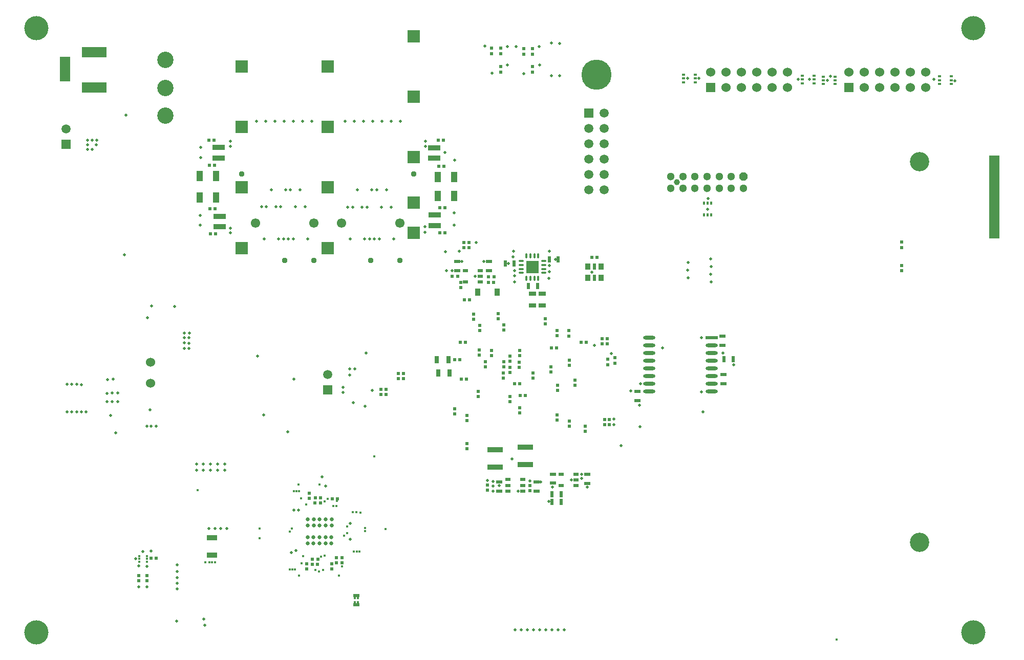
<source format=gbr>
G04 Layer_Color=16711935*
%FSLAX43Y43*%
%MOMM*%
%TF.FileFunction,Soldermask,Bot*%
%TF.Part,Single*%
G01*
G75*
%TA.AperFunction,SMDPad,CuDef*%
%ADD23R,1.000X0.600*%
%ADD24R,0.550X0.600*%
%ADD25R,0.600X0.550*%
%ADD26R,0.600X1.000*%
%ADD30R,0.700X1.300*%
%ADD31R,1.700X0.900*%
%ADD32R,1.300X0.700*%
%ADD33R,2.600X0.900*%
%TA.AperFunction,ComponentPad*%
%ADD73R,1.524X1.524*%
%ADD74C,1.524*%
%ADD75R,1.651X4.064*%
%ADD76R,4.064X1.651*%
%TA.AperFunction,ViaPad*%
%ADD77C,3.200*%
%ADD78C,4.000*%
%TA.AperFunction,ComponentPad*%
%ADD79C,1.550*%
%ADD80C,2.700*%
%ADD81C,1.000*%
%ADD82C,1.300*%
G04:AMPARAMS|DCode=83|XSize=1.3mm|YSize=1.3mm|CornerRadius=0mm|HoleSize=0mm|Usage=FLASHONLY|Rotation=180.000|XOffset=0mm|YOffset=0mm|HoleType=Round|Shape=Octagon|*
%AMOCTAGOND83*
4,1,8,-0.650,0.325,-0.650,-0.325,-0.325,-0.650,0.325,-0.650,0.650,-0.325,0.650,0.325,0.325,0.650,-0.325,0.650,-0.650,0.325,0.0*
%
%ADD83OCTAGOND83*%

%ADD84R,1.500X1.500*%
%ADD85C,1.500*%
%ADD86C,0.950*%
%ADD87R,2.000X2.000*%
%TA.AperFunction,ViaPad*%
%ADD88C,5.000*%
%ADD90C,0.508*%
%ADD91C,0.381*%
%ADD92C,0.635*%
%ADD93C,0.500*%
%TA.AperFunction,SMDPad,CuDef*%
%ADD115R,2.100X0.900*%
%ADD116R,0.600X0.420*%
%ADD117O,0.600X0.420*%
%ADD118R,0.950X0.600*%
%ADD119O,0.950X0.300*%
%ADD120O,0.300X0.950*%
%ADD121R,2.100X2.100*%
%ADD122R,0.420X0.600*%
%ADD123O,0.420X0.600*%
%ADD124R,2.000X0.600*%
%ADD125O,2.000X0.600*%
%ADD126R,0.450X0.343*%
%ADD127R,0.900X1.000*%
%ADD128R,0.500X1.000*%
%ADD129R,0.910X1.220*%
%ADD130R,1.100X1.700*%
%TA.AperFunction,NonConductor*%
%ADD147R,1.778X13.818*%
D23*
X145148Y100394D02*
D03*
Y98894D02*
D03*
X123246Y45124D02*
D03*
Y43624D02*
D03*
X183918Y81700D02*
D03*
Y80200D02*
D03*
X169744Y77380D02*
D03*
Y78880D02*
D03*
X183800Y86550D02*
D03*
Y88050D02*
D03*
X146901Y62420D02*
D03*
Y63920D02*
D03*
X153048Y62420D02*
D03*
Y63920D02*
D03*
X155740Y65215D02*
D03*
Y63715D02*
D03*
X161404Y65190D02*
D03*
Y63690D02*
D03*
X139891Y98894D02*
D03*
Y100394D02*
D03*
D24*
X119156Y49511D02*
D03*
Y50361D02*
D03*
X115473Y62071D02*
D03*
Y61221D02*
D03*
X115016Y49537D02*
D03*
Y50387D02*
D03*
X140500Y96952D02*
D03*
Y96075D02*
D03*
X119969Y51404D02*
D03*
Y50527D02*
D03*
X120858Y50500D02*
D03*
Y51377D02*
D03*
X88583Y47556D02*
D03*
Y48433D02*
D03*
X87262Y47556D02*
D03*
Y48433D02*
D03*
X152387Y131757D02*
D03*
Y132634D02*
D03*
X147155Y131757D02*
D03*
Y132634D02*
D03*
X152387Y135604D02*
D03*
Y134727D02*
D03*
X150889Y135578D02*
D03*
Y134701D02*
D03*
X147155Y135680D02*
D03*
Y134803D02*
D03*
X145631Y135680D02*
D03*
Y134803D02*
D03*
X141059Y103525D02*
D03*
Y102648D02*
D03*
X141897Y103525D02*
D03*
Y102648D02*
D03*
X131000Y81852D02*
D03*
Y80975D02*
D03*
X130200Y81852D02*
D03*
Y80975D02*
D03*
X164706Y87606D02*
D03*
Y86729D02*
D03*
X163868Y87606D02*
D03*
Y86729D02*
D03*
X127267Y79268D02*
D03*
Y78391D02*
D03*
X128130Y79268D02*
D03*
Y78391D02*
D03*
X166000Y84452D02*
D03*
Y83575D02*
D03*
X164833Y84196D02*
D03*
Y83319D02*
D03*
X161049Y72287D02*
D03*
Y73164D02*
D03*
X213398Y102723D02*
D03*
Y103600D02*
D03*
X213424Y99715D02*
D03*
Y98838D02*
D03*
X165100Y74252D02*
D03*
Y73375D02*
D03*
X150254Y75292D02*
D03*
Y76169D02*
D03*
X144920Y62542D02*
D03*
Y63392D02*
D03*
X151956Y62491D02*
D03*
Y63341D02*
D03*
X142659Y91713D02*
D03*
Y90863D02*
D03*
X146698Y91789D02*
D03*
Y90939D02*
D03*
X143650Y88932D02*
D03*
Y89782D02*
D03*
X147638Y89059D02*
D03*
Y89909D02*
D03*
X148654Y83903D02*
D03*
Y84753D02*
D03*
X150254Y84843D02*
D03*
Y85693D02*
D03*
X150203Y82887D02*
D03*
Y83737D02*
D03*
X148600Y77175D02*
D03*
Y78025D02*
D03*
X145631Y84843D02*
D03*
Y85693D02*
D03*
X144590Y83762D02*
D03*
Y82912D02*
D03*
X148603Y82023D02*
D03*
Y82873D02*
D03*
X147612Y83762D02*
D03*
Y82912D02*
D03*
X143599Y84919D02*
D03*
Y85769D02*
D03*
X158433Y83217D02*
D03*
Y84067D02*
D03*
X155385Y82125D02*
D03*
Y82975D02*
D03*
X159423Y79890D02*
D03*
Y80740D02*
D03*
X143421Y78061D02*
D03*
Y78911D02*
D03*
X139500Y76025D02*
D03*
Y75175D02*
D03*
X141500Y74075D02*
D03*
Y74925D02*
D03*
Y70225D02*
D03*
Y69375D02*
D03*
X152464Y81109D02*
D03*
Y81959D02*
D03*
X156477Y79026D02*
D03*
Y79876D02*
D03*
X156451Y74999D02*
D03*
Y74149D02*
D03*
X158458Y73133D02*
D03*
Y73983D02*
D03*
X154500Y90925D02*
D03*
Y90075D02*
D03*
X156401Y88969D02*
D03*
Y88119D02*
D03*
X158400Y88925D02*
D03*
Y88075D02*
D03*
X147500Y81925D02*
D03*
Y81075D02*
D03*
X164300Y73375D02*
D03*
Y74252D02*
D03*
D25*
X120125Y61100D02*
D03*
X119275D02*
D03*
X139108Y97968D02*
D03*
X139985D02*
D03*
X145981Y97892D02*
D03*
X145104D02*
D03*
X115961Y50292D02*
D03*
X116838D02*
D03*
X116418Y60452D02*
D03*
X117295D02*
D03*
X116865Y51130D02*
D03*
X115988D02*
D03*
X117322Y61290D02*
D03*
X116445D02*
D03*
X141943Y94031D02*
D03*
X141066D02*
D03*
X90178Y51283D02*
D03*
X89301D02*
D03*
X99025Y109094D02*
D03*
X99875D02*
D03*
X99076Y104954D02*
D03*
X99926D02*
D03*
X137750Y116180D02*
D03*
X136900D02*
D03*
X137598Y120498D02*
D03*
X136748D02*
D03*
X98927Y116332D02*
D03*
X99777D02*
D03*
X98826Y120447D02*
D03*
X99676D02*
D03*
X137877Y109245D02*
D03*
X137027D02*
D03*
X137877Y105156D02*
D03*
X137027D02*
D03*
X145104Y96926D02*
D03*
X145954D02*
D03*
X150222Y80188D02*
D03*
X149372D02*
D03*
X150337Y78181D02*
D03*
X151187D02*
D03*
X140325Y84100D02*
D03*
X139475D02*
D03*
X140456Y87046D02*
D03*
X141306D02*
D03*
X141459Y80924D02*
D03*
X140609D02*
D03*
X156325Y86100D02*
D03*
X155475D02*
D03*
X160446Y87020D02*
D03*
X161296D02*
D03*
X163074Y101067D02*
D03*
X162224D02*
D03*
D26*
X155625Y60630D02*
D03*
X157125D02*
D03*
X157125Y61900D02*
D03*
X155625D02*
D03*
X151691Y96317D02*
D03*
X153191D02*
D03*
X149353Y100051D02*
D03*
X147853D02*
D03*
X155140Y100757D02*
D03*
X156640D02*
D03*
X184050Y84200D02*
D03*
X185550D02*
D03*
D30*
X136750Y81900D02*
D03*
X138650D02*
D03*
X138450Y84100D02*
D03*
X136550D02*
D03*
D31*
X99335Y54670D02*
D03*
Y51770D02*
D03*
D32*
X152400Y95050D02*
D03*
Y93150D02*
D03*
X154000Y93150D02*
D03*
Y95050D02*
D03*
D33*
X146164Y66317D02*
D03*
Y69217D02*
D03*
X151200Y69650D02*
D03*
Y66750D02*
D03*
D73*
X204711Y129159D02*
D03*
X181851D02*
D03*
D74*
X207251D02*
D03*
X209791D02*
D03*
X212331D02*
D03*
X214871D02*
D03*
X217411D02*
D03*
X204711Y131699D02*
D03*
X207251D02*
D03*
X209791D02*
D03*
X212331D02*
D03*
X214871D02*
D03*
X217411D02*
D03*
X184391Y129159D02*
D03*
X186931D02*
D03*
X189471D02*
D03*
X192011D02*
D03*
X194551D02*
D03*
X181851Y131699D02*
D03*
X184391D02*
D03*
X186931D02*
D03*
X189471D02*
D03*
X192011D02*
D03*
X194551D02*
D03*
X89167Y83739D02*
D03*
Y80239D02*
D03*
D75*
X75083Y132199D02*
D03*
D76*
X79883Y134999D02*
D03*
Y129199D02*
D03*
D77*
X216400Y53891D02*
D03*
Y116891D02*
D03*
D78*
X225285Y139040D02*
D03*
X70345D02*
D03*
X70345Y39040D02*
D03*
X225285D02*
D03*
D79*
X120823Y106738D02*
D03*
X130423D02*
D03*
X106573Y106738D02*
D03*
X116173D02*
D03*
D80*
X91656Y129134D02*
D03*
Y133734D02*
D03*
Y124534D02*
D03*
D81*
X176242Y113487D02*
D03*
D82*
X175242Y112487D02*
D03*
X177242D02*
D03*
X179242D02*
D03*
X181242D02*
D03*
X183242D02*
D03*
X185242D02*
D03*
X187242D02*
D03*
X175242Y114487D02*
D03*
X177242D02*
D03*
X179242D02*
D03*
X181242D02*
D03*
X183242D02*
D03*
X185242D02*
D03*
D83*
X187242D02*
D03*
D84*
X118529Y79121D02*
D03*
X161658Y124917D02*
D03*
X75197Y119761D02*
D03*
D85*
X118529Y81661D02*
D03*
X164198Y124917D02*
D03*
X161658Y122377D02*
D03*
X164198D02*
D03*
X161658Y119837D02*
D03*
X164198D02*
D03*
X161658Y117297D02*
D03*
X164198D02*
D03*
X161658Y114757D02*
D03*
X164198D02*
D03*
X161658Y112217D02*
D03*
X164198D02*
D03*
X75197Y122301D02*
D03*
D86*
X130423Y100538D02*
D03*
X125623D02*
D03*
X111373D02*
D03*
X116173D02*
D03*
X132753Y114838D02*
D03*
X104253D02*
D03*
D87*
X132753Y137638D02*
D03*
Y127638D02*
D03*
Y117638D02*
D03*
Y110138D02*
D03*
Y105138D02*
D03*
X104253Y132638D02*
D03*
Y122638D02*
D03*
Y112638D02*
D03*
Y102638D02*
D03*
X118503D02*
D03*
Y112638D02*
D03*
Y122638D02*
D03*
Y132638D02*
D03*
D88*
X162928Y131267D02*
D03*
D90*
X218783Y130505D02*
D03*
X222212Y130277D02*
D03*
X201638Y131013D02*
D03*
X201094Y130363D02*
D03*
X162649Y86487D02*
D03*
X179885Y130668D02*
D03*
X178006D02*
D03*
X198209Y130505D02*
D03*
X196314Y130520D02*
D03*
X160490Y64465D02*
D03*
X125844Y79019D02*
D03*
X109145Y112261D02*
D03*
X111545D02*
D03*
X112341D02*
D03*
X113942D02*
D03*
X113145Y109423D02*
D03*
X110745D02*
D03*
X123406Y112210D02*
D03*
X125806D02*
D03*
X126606D02*
D03*
X128203D02*
D03*
X127406Y109372D02*
D03*
X125006D02*
D03*
X150000Y62400D02*
D03*
X118200Y63200D02*
D03*
X88700Y91100D02*
D03*
X122700Y77000D02*
D03*
X124700Y76400D02*
D03*
X185600Y83300D02*
D03*
X183900Y85200D02*
D03*
X162200Y98600D02*
D03*
X140300Y102100D02*
D03*
X158800Y64200D02*
D03*
X90100Y73100D02*
D03*
X89300D02*
D03*
X88600D02*
D03*
X84900Y101500D02*
D03*
X97500Y117600D02*
D03*
Y119300D02*
D03*
X97400Y108000D02*
D03*
Y106400D02*
D03*
X137900Y118400D02*
D03*
X139500Y117200D02*
D03*
X139400Y108400D02*
D03*
Y106400D02*
D03*
X181300Y109000D02*
D03*
X181400Y110800D02*
D03*
X106900Y84700D02*
D03*
X87900Y52400D02*
D03*
X124879Y85268D02*
D03*
X150901Y131508D02*
D03*
X145643Y131533D02*
D03*
X156858Y136474D02*
D03*
X155512Y136525D02*
D03*
X137960Y101981D02*
D03*
X143015Y103505D02*
D03*
X165443Y85141D02*
D03*
X107887Y75006D02*
D03*
X82842Y77163D02*
D03*
X82868Y78610D02*
D03*
X83045Y80896D02*
D03*
X83757Y77188D02*
D03*
Y78610D02*
D03*
X82106Y80871D02*
D03*
X83482Y72060D02*
D03*
X111925Y72212D02*
D03*
X117564Y64745D02*
D03*
X112903Y80963D02*
D03*
X157620Y39395D02*
D03*
X154572D02*
D03*
X149492D02*
D03*
X156604D02*
D03*
X155588D02*
D03*
X153556D02*
D03*
X151524D02*
D03*
X150508D02*
D03*
X152540D02*
D03*
X86715Y51169D02*
D03*
X88583Y46546D02*
D03*
X87262Y46571D02*
D03*
X122974Y82575D02*
D03*
X122111Y81636D02*
D03*
Y82575D02*
D03*
X121044Y79604D02*
D03*
Y78715D02*
D03*
X102400Y105105D02*
D03*
X98179Y40239D02*
D03*
X89345Y92989D02*
D03*
X85157Y124581D02*
D03*
X82614Y74879D02*
D03*
X134582Y105258D02*
D03*
Y106147D02*
D03*
X134633Y119431D02*
D03*
Y120269D02*
D03*
X102426Y119405D02*
D03*
Y120294D02*
D03*
X102400Y105918D02*
D03*
X121374Y123596D02*
D03*
X122898D02*
D03*
X124422D02*
D03*
X125946D02*
D03*
X127470D02*
D03*
X128994D02*
D03*
X130518D02*
D03*
X115888Y123571D02*
D03*
X114364D02*
D03*
X112840D02*
D03*
X111316D02*
D03*
X109792D02*
D03*
X108268D02*
D03*
X106744D02*
D03*
X111988Y104089D02*
D03*
X107988D02*
D03*
X110388D02*
D03*
X122212Y104140D02*
D03*
X124628D02*
D03*
X109945Y109423D02*
D03*
X124206Y109372D02*
D03*
X122606D02*
D03*
X129006D02*
D03*
X121806D02*
D03*
X108345Y109423D02*
D03*
X107545D02*
D03*
X129412Y104140D02*
D03*
X127012D02*
D03*
X126212D02*
D03*
X125412Y104140D02*
D03*
X115188Y104089D02*
D03*
X112788D02*
D03*
X111188D02*
D03*
X178067Y97688D02*
D03*
X178041Y98933D02*
D03*
X178067Y100254D02*
D03*
X87262Y50000D02*
D03*
X88583Y49950D02*
D03*
X153581Y132918D02*
D03*
X149695Y135915D02*
D03*
X153505Y135941D02*
D03*
X148247Y132944D02*
D03*
Y135915D02*
D03*
X144513Y136017D02*
D03*
X173901Y86106D02*
D03*
X148984Y67742D02*
D03*
X160490Y65187D02*
D03*
X151956Y64033D02*
D03*
X145885Y64008D02*
D03*
X144920Y64135D02*
D03*
X168618Y78994D02*
D03*
X180327Y78816D02*
D03*
Y87757D02*
D03*
X145885Y62416D02*
D03*
Y63221D02*
D03*
X139060Y98874D02*
D03*
X81979Y78585D02*
D03*
X82004Y77163D02*
D03*
X89091Y75842D02*
D03*
X78779Y120441D02*
D03*
X79567Y120466D02*
D03*
X80329D02*
D03*
X78779Y119679D02*
D03*
X80200Y119700D02*
D03*
X78754Y118917D02*
D03*
X79592Y118942D02*
D03*
X93186Y92955D02*
D03*
X75375Y75537D02*
D03*
X76187D02*
D03*
X76975D02*
D03*
X77737D02*
D03*
X78499D02*
D03*
X75425Y80058D02*
D03*
X76162D02*
D03*
X76975Y80033D02*
D03*
X77788Y80007D02*
D03*
X96863Y65811D02*
D03*
X97955D02*
D03*
X99124D02*
D03*
X100292D02*
D03*
X101511D02*
D03*
Y66904D02*
D03*
X100292D02*
D03*
X99124D02*
D03*
X97955D02*
D03*
X96863D02*
D03*
X98895Y56210D02*
D03*
X99860Y56236D02*
D03*
X100800Y56210D02*
D03*
X101791Y56236D02*
D03*
X93637Y46203D02*
D03*
Y47168D02*
D03*
Y48108D02*
D03*
Y49124D02*
D03*
Y50165D02*
D03*
X93498Y40881D02*
D03*
X97998Y41191D02*
D03*
X112890Y59233D02*
D03*
X113652D02*
D03*
X112459Y52222D02*
D03*
X113271Y52578D02*
D03*
X122212Y54432D02*
D03*
X122238Y57020D02*
D03*
X155181Y99746D02*
D03*
X155156Y102083D02*
D03*
X149263Y102057D02*
D03*
X149187Y101168D02*
D03*
X149365Y98882D02*
D03*
Y97028D02*
D03*
X148349Y100051D02*
D03*
X156147Y100736D02*
D03*
X138163Y98882D02*
D03*
X142900Y97900D02*
D03*
X140700Y100400D02*
D03*
X144300D02*
D03*
X146901Y63271D02*
D03*
X153759Y63881D02*
D03*
X161404Y63068D02*
D03*
X155689Y63017D02*
D03*
X155080Y60655D02*
D03*
X170218Y80188D02*
D03*
X155512Y131115D02*
D03*
X156832Y131089D02*
D03*
X95593Y85976D02*
D03*
Y86865D02*
D03*
X95618Y88542D02*
D03*
X95593Y87754D02*
D03*
X94755Y86002D02*
D03*
Y86891D02*
D03*
X94780Y88542D02*
D03*
Y87754D02*
D03*
X114745Y109423D02*
D03*
X155131Y98730D02*
D03*
X155105Y97612D02*
D03*
X149365Y97993D02*
D03*
X180568Y75536D02*
D03*
X170142Y73058D02*
D03*
X170100Y76600D02*
D03*
X165800Y73400D02*
D03*
Y74300D02*
D03*
X167000Y69900D02*
D03*
X89268Y52476D02*
D03*
X181851Y100838D02*
D03*
X181877Y99568D02*
D03*
X181801Y98298D02*
D03*
X181928Y97028D02*
D03*
D91*
X202700Y37795D02*
D03*
X126175Y68123D02*
D03*
X121700Y55400D02*
D03*
X121171Y55042D02*
D03*
X121700Y56500D02*
D03*
X118000Y51700D02*
D03*
X112588Y56210D02*
D03*
X98300Y50600D02*
D03*
X120858Y49958D02*
D03*
X118500Y61100D02*
D03*
X114100Y61200D02*
D03*
X120000Y60800D02*
D03*
X119966Y59966D02*
D03*
X119466D02*
D03*
X124668Y56261D02*
D03*
Y55804D02*
D03*
X123754Y52426D02*
D03*
X123296D02*
D03*
X122839D02*
D03*
X117149Y63475D02*
D03*
X107255Y54621D02*
D03*
X107262Y56192D02*
D03*
X112222Y55728D02*
D03*
X117073Y49047D02*
D03*
X117708Y49378D02*
D03*
X116464D02*
D03*
X113711Y63500D02*
D03*
X97033Y62586D02*
D03*
X113746Y48412D02*
D03*
Y62382D02*
D03*
X113330Y62374D02*
D03*
X112908Y62382D02*
D03*
X114940Y60198D02*
D03*
X117370Y60452D02*
D03*
X115016Y50462D02*
D03*
X113086Y49428D02*
D03*
X112654D02*
D03*
X112222D02*
D03*
X114178Y50470D02*
D03*
X119182Y50419D02*
D03*
X119969Y50470D02*
D03*
X115473Y61146D02*
D03*
X119969Y51452D02*
D03*
X114457Y51613D02*
D03*
X122687Y58877D02*
D03*
X123270Y58920D02*
D03*
X123906Y58852D02*
D03*
X120401Y48387D02*
D03*
X117429Y51562D02*
D03*
X98900Y50600D02*
D03*
X99400D02*
D03*
X99900D02*
D03*
X118000Y60700D02*
D03*
X123000Y44700D02*
D03*
X123500D02*
D03*
X123000Y44000D02*
D03*
X123500D02*
D03*
X128064Y56083D02*
D03*
D92*
X119118Y53772D02*
D03*
X117150D02*
D03*
X115181D02*
D03*
X116165D02*
D03*
X118134D02*
D03*
X119118Y54737D02*
D03*
X117150D02*
D03*
X115181D02*
D03*
X116165D02*
D03*
X118134D02*
D03*
X119144Y56718D02*
D03*
X115206D02*
D03*
X116191D02*
D03*
X118159D02*
D03*
X119144Y57683D02*
D03*
X115206D02*
D03*
X116191D02*
D03*
X118166D02*
D03*
X117175D02*
D03*
X117150Y56718D02*
D03*
D93*
X152891Y100037D02*
D03*
Y98937D02*
D03*
X151791D02*
D03*
Y100037D02*
D03*
D115*
X100669Y107836D02*
D03*
Y106136D02*
D03*
X136106Y117514D02*
D03*
Y119214D02*
D03*
X100470Y117539D02*
D03*
Y119239D02*
D03*
X136233Y108063D02*
D03*
Y106363D02*
D03*
D116*
X219702Y129773D02*
D03*
Y130393D02*
D03*
Y131013D02*
D03*
X221602Y129773D02*
D03*
Y130393D02*
D03*
X202370Y130983D02*
D03*
Y130363D02*
D03*
Y129743D02*
D03*
X200470Y130983D02*
D03*
Y130363D02*
D03*
X177356Y130668D02*
D03*
Y131288D02*
D03*
X179256Y130048D02*
D03*
Y130668D02*
D03*
Y131288D02*
D03*
X198920Y130520D02*
D03*
Y129900D02*
D03*
X197020Y131140D02*
D03*
Y130520D02*
D03*
Y129900D02*
D03*
D117*
X221602Y131013D02*
D03*
X200470Y129743D02*
D03*
X177356Y130048D02*
D03*
X198920Y131140D02*
D03*
D118*
X150717Y63348D02*
D03*
Y64298D02*
D03*
Y62398D02*
D03*
X148267D02*
D03*
Y64298D02*
D03*
Y63348D02*
D03*
X159581Y63287D02*
D03*
Y65187D02*
D03*
Y64237D02*
D03*
X157131Y63287D02*
D03*
Y65187D02*
D03*
X143732Y96992D02*
D03*
Y98892D02*
D03*
Y97942D02*
D03*
X141282Y96992D02*
D03*
Y98892D02*
D03*
D119*
X154216Y98512D02*
D03*
Y100462D02*
D03*
Y99162D02*
D03*
Y99812D02*
D03*
X150466Y98512D02*
D03*
Y100462D02*
D03*
Y99162D02*
D03*
Y99812D02*
D03*
D120*
X153316Y97612D02*
D03*
Y101362D02*
D03*
X152666Y97612D02*
D03*
X152016D02*
D03*
X151366D02*
D03*
X152666Y101362D02*
D03*
X152016D02*
D03*
X151366D02*
D03*
D121*
X152341Y99487D02*
D03*
D122*
X181953Y110028D02*
D03*
X181333D02*
D03*
X180713D02*
D03*
X181333Y108128D02*
D03*
X180713D02*
D03*
D123*
X181953D02*
D03*
D124*
X181966Y87808D02*
D03*
D125*
Y86538D02*
D03*
Y85268D02*
D03*
Y83998D02*
D03*
Y82728D02*
D03*
Y81458D02*
D03*
Y80188D02*
D03*
Y78918D02*
D03*
X171666Y87808D02*
D03*
Y86538D02*
D03*
Y85268D02*
D03*
Y83998D02*
D03*
Y82728D02*
D03*
Y81458D02*
D03*
Y80188D02*
D03*
Y78918D02*
D03*
D126*
X87323Y51669D02*
D03*
Y51169D02*
D03*
Y50669D02*
D03*
X88573D02*
D03*
Y51169D02*
D03*
Y51669D02*
D03*
D127*
X161549Y97653D02*
D03*
Y99553D02*
D03*
X163699Y97653D02*
D03*
Y99553D02*
D03*
D128*
X162624Y97653D02*
D03*
Y99553D02*
D03*
D129*
X143265Y95300D02*
D03*
X146535D02*
D03*
D130*
X100063Y110947D02*
D03*
X97363D02*
D03*
X136686Y114376D02*
D03*
X139386D02*
D03*
X100067Y114513D02*
D03*
X97367D02*
D03*
X136686Y111216D02*
D03*
X139386D02*
D03*
D147*
X228725Y111096D02*
D03*
%TF.MD5,f3d5985b66eb330c2a3ce9b39391721c*%
M02*

</source>
